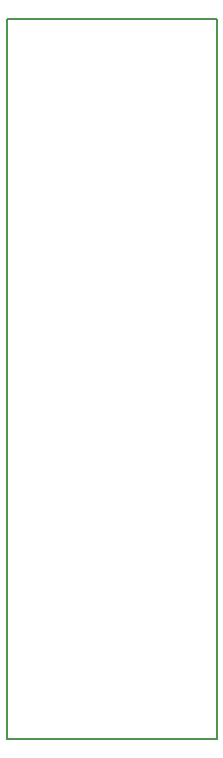
<source format=gko>
G04 Layer_Color=16711935*
%FSLAX24Y24*%
%MOIN*%
G70*
G01*
G75*
%ADD13C,0.0079*%
D13*
X31500Y43500D02*
X38500D01*
Y19500D02*
Y43500D01*
X31500Y19500D02*
X38500D01*
X31500D02*
Y43500D01*
M02*

</source>
